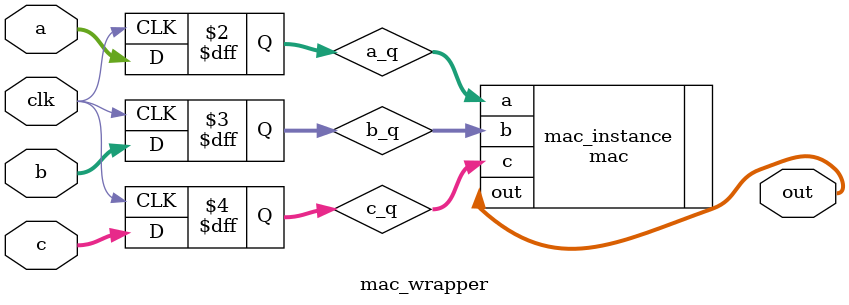
<source format=v>
module mac_wrapper (clk, out, a, b, c);

parameter bw = 4;
parameter psum_bw = 16;
parameter input_size = 4;
parameter add_size = input_size >> 1;
parameter port_size = bw * input_size;


input         [port_size-1:0]       a;  // unsigned activation
input         [port_size-1:0]       b;  // signed weight

output [psum_bw-1:0] out;
input  [psum_bw-1:0] c;
input  clk;

reg    [port_size-1:0] a_q;
reg    [port_size-1:0] b_q;
reg    [psum_bw-1:0] c_q;

mac #(.bw(bw), .psum_bw(psum_bw)) mac_instance (
        .a(a_q), 
        .b(b_q),
        .c(c_q),
	.out(out)
); 

always @ (posedge clk) begin
        b_q  <= b;
        a_q  <= a;
        c_q  <= c;
end

endmodule


</source>
